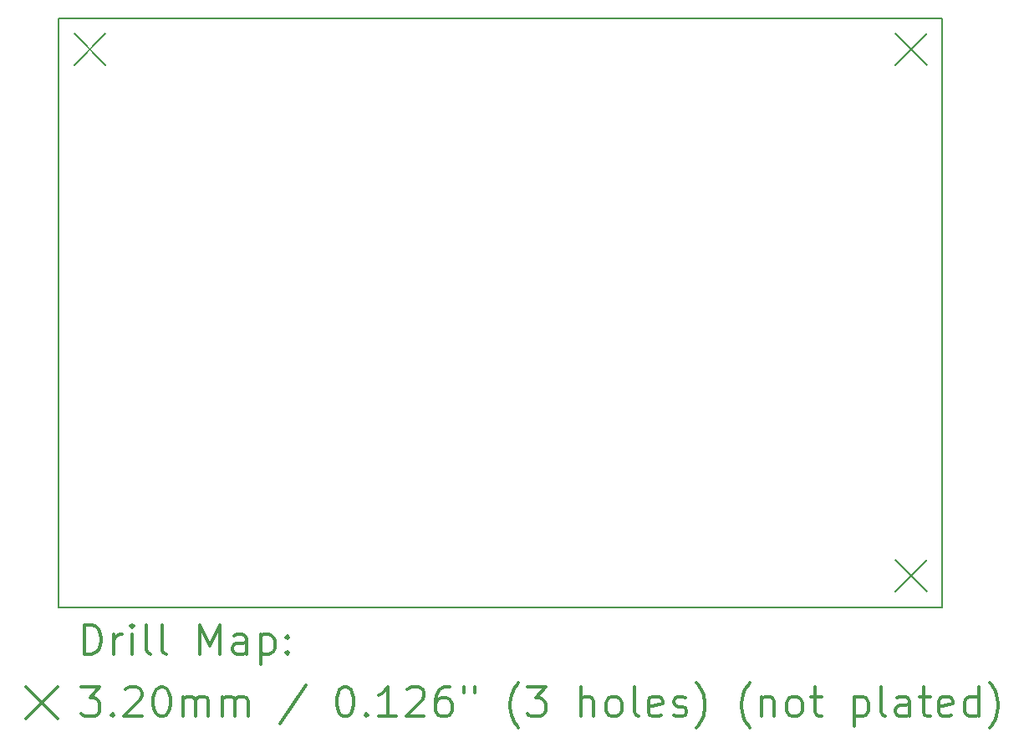
<source format=gbr>
%FSLAX45Y45*%
G04 Gerber Fmt 4.5, Leading zero omitted, Abs format (unit mm)*
G04 Created by KiCad (PCBNEW 4.0.7) date 09/09/18 14:08:06*
%MOMM*%
%LPD*%
G01*
G04 APERTURE LIST*
%ADD10C,0.127000*%
%ADD11C,0.200000*%
%ADD12C,0.300000*%
G04 APERTURE END LIST*
D10*
D11*
X14017752Y-6187948D02*
X14017752Y-12156948D01*
X22971252Y-6187948D02*
X14017752Y-6187948D01*
X22971252Y-12156948D02*
X22971252Y-6187948D01*
X14017752Y-12156948D02*
X22971252Y-12156948D01*
D11*
X14175252Y-6345448D02*
X14495252Y-6665448D01*
X14495252Y-6345448D02*
X14175252Y-6665448D01*
X22493752Y-6345448D02*
X22813752Y-6665448D01*
X22813752Y-6345448D02*
X22493752Y-6665448D01*
X22493752Y-11679448D02*
X22813752Y-11999448D01*
X22813752Y-11679448D02*
X22493752Y-11999448D01*
D12*
X14279180Y-12632662D02*
X14279180Y-12332662D01*
X14350609Y-12332662D01*
X14393466Y-12346948D01*
X14422038Y-12375519D01*
X14436323Y-12404091D01*
X14450609Y-12461234D01*
X14450609Y-12504091D01*
X14436323Y-12561234D01*
X14422038Y-12589805D01*
X14393466Y-12618377D01*
X14350609Y-12632662D01*
X14279180Y-12632662D01*
X14579180Y-12632662D02*
X14579180Y-12432662D01*
X14579180Y-12489805D02*
X14593466Y-12461234D01*
X14607752Y-12446948D01*
X14636323Y-12432662D01*
X14664895Y-12432662D01*
X14764895Y-12632662D02*
X14764895Y-12432662D01*
X14764895Y-12332662D02*
X14750609Y-12346948D01*
X14764895Y-12361234D01*
X14779180Y-12346948D01*
X14764895Y-12332662D01*
X14764895Y-12361234D01*
X14950609Y-12632662D02*
X14922038Y-12618377D01*
X14907752Y-12589805D01*
X14907752Y-12332662D01*
X15107752Y-12632662D02*
X15079180Y-12618377D01*
X15064895Y-12589805D01*
X15064895Y-12332662D01*
X15450609Y-12632662D02*
X15450609Y-12332662D01*
X15550609Y-12546948D01*
X15650609Y-12332662D01*
X15650609Y-12632662D01*
X15922038Y-12632662D02*
X15922038Y-12475519D01*
X15907752Y-12446948D01*
X15879180Y-12432662D01*
X15822038Y-12432662D01*
X15793466Y-12446948D01*
X15922038Y-12618377D02*
X15893466Y-12632662D01*
X15822038Y-12632662D01*
X15793466Y-12618377D01*
X15779180Y-12589805D01*
X15779180Y-12561234D01*
X15793466Y-12532662D01*
X15822038Y-12518377D01*
X15893466Y-12518377D01*
X15922038Y-12504091D01*
X16064895Y-12432662D02*
X16064895Y-12732662D01*
X16064895Y-12446948D02*
X16093466Y-12432662D01*
X16150609Y-12432662D01*
X16179180Y-12446948D01*
X16193466Y-12461234D01*
X16207752Y-12489805D01*
X16207752Y-12575519D01*
X16193466Y-12604091D01*
X16179180Y-12618377D01*
X16150609Y-12632662D01*
X16093466Y-12632662D01*
X16064895Y-12618377D01*
X16336323Y-12604091D02*
X16350609Y-12618377D01*
X16336323Y-12632662D01*
X16322038Y-12618377D01*
X16336323Y-12604091D01*
X16336323Y-12632662D01*
X16336323Y-12446948D02*
X16350609Y-12461234D01*
X16336323Y-12475519D01*
X16322038Y-12461234D01*
X16336323Y-12446948D01*
X16336323Y-12475519D01*
X13687752Y-12966948D02*
X14007752Y-13286948D01*
X14007752Y-12966948D02*
X13687752Y-13286948D01*
X14250609Y-12962662D02*
X14436323Y-12962662D01*
X14336323Y-13076948D01*
X14379180Y-13076948D01*
X14407752Y-13091234D01*
X14422038Y-13105519D01*
X14436323Y-13134091D01*
X14436323Y-13205519D01*
X14422038Y-13234091D01*
X14407752Y-13248377D01*
X14379180Y-13262662D01*
X14293466Y-13262662D01*
X14264895Y-13248377D01*
X14250609Y-13234091D01*
X14564895Y-13234091D02*
X14579180Y-13248377D01*
X14564895Y-13262662D01*
X14550609Y-13248377D01*
X14564895Y-13234091D01*
X14564895Y-13262662D01*
X14693466Y-12991234D02*
X14707752Y-12976948D01*
X14736323Y-12962662D01*
X14807752Y-12962662D01*
X14836323Y-12976948D01*
X14850609Y-12991234D01*
X14864895Y-13019805D01*
X14864895Y-13048377D01*
X14850609Y-13091234D01*
X14679180Y-13262662D01*
X14864895Y-13262662D01*
X15050609Y-12962662D02*
X15079180Y-12962662D01*
X15107752Y-12976948D01*
X15122038Y-12991234D01*
X15136323Y-13019805D01*
X15150609Y-13076948D01*
X15150609Y-13148377D01*
X15136323Y-13205519D01*
X15122038Y-13234091D01*
X15107752Y-13248377D01*
X15079180Y-13262662D01*
X15050609Y-13262662D01*
X15022038Y-13248377D01*
X15007752Y-13234091D01*
X14993466Y-13205519D01*
X14979180Y-13148377D01*
X14979180Y-13076948D01*
X14993466Y-13019805D01*
X15007752Y-12991234D01*
X15022038Y-12976948D01*
X15050609Y-12962662D01*
X15279180Y-13262662D02*
X15279180Y-13062662D01*
X15279180Y-13091234D02*
X15293466Y-13076948D01*
X15322038Y-13062662D01*
X15364895Y-13062662D01*
X15393466Y-13076948D01*
X15407752Y-13105519D01*
X15407752Y-13262662D01*
X15407752Y-13105519D02*
X15422038Y-13076948D01*
X15450609Y-13062662D01*
X15493466Y-13062662D01*
X15522038Y-13076948D01*
X15536323Y-13105519D01*
X15536323Y-13262662D01*
X15679180Y-13262662D02*
X15679180Y-13062662D01*
X15679180Y-13091234D02*
X15693466Y-13076948D01*
X15722038Y-13062662D01*
X15764895Y-13062662D01*
X15793466Y-13076948D01*
X15807752Y-13105519D01*
X15807752Y-13262662D01*
X15807752Y-13105519D02*
X15822038Y-13076948D01*
X15850609Y-13062662D01*
X15893466Y-13062662D01*
X15922038Y-13076948D01*
X15936323Y-13105519D01*
X15936323Y-13262662D01*
X16522038Y-12948377D02*
X16264895Y-13334091D01*
X16907752Y-12962662D02*
X16936323Y-12962662D01*
X16964895Y-12976948D01*
X16979180Y-12991234D01*
X16993466Y-13019805D01*
X17007752Y-13076948D01*
X17007752Y-13148377D01*
X16993466Y-13205519D01*
X16979180Y-13234091D01*
X16964895Y-13248377D01*
X16936323Y-13262662D01*
X16907752Y-13262662D01*
X16879180Y-13248377D01*
X16864895Y-13234091D01*
X16850609Y-13205519D01*
X16836323Y-13148377D01*
X16836323Y-13076948D01*
X16850609Y-13019805D01*
X16864895Y-12991234D01*
X16879180Y-12976948D01*
X16907752Y-12962662D01*
X17136323Y-13234091D02*
X17150609Y-13248377D01*
X17136323Y-13262662D01*
X17122038Y-13248377D01*
X17136323Y-13234091D01*
X17136323Y-13262662D01*
X17436323Y-13262662D02*
X17264895Y-13262662D01*
X17350609Y-13262662D02*
X17350609Y-12962662D01*
X17322038Y-13005519D01*
X17293466Y-13034091D01*
X17264895Y-13048377D01*
X17550609Y-12991234D02*
X17564895Y-12976948D01*
X17593466Y-12962662D01*
X17664895Y-12962662D01*
X17693466Y-12976948D01*
X17707752Y-12991234D01*
X17722038Y-13019805D01*
X17722038Y-13048377D01*
X17707752Y-13091234D01*
X17536323Y-13262662D01*
X17722038Y-13262662D01*
X17979180Y-12962662D02*
X17922038Y-12962662D01*
X17893466Y-12976948D01*
X17879180Y-12991234D01*
X17850609Y-13034091D01*
X17836323Y-13091234D01*
X17836323Y-13205519D01*
X17850609Y-13234091D01*
X17864895Y-13248377D01*
X17893466Y-13262662D01*
X17950609Y-13262662D01*
X17979180Y-13248377D01*
X17993466Y-13234091D01*
X18007752Y-13205519D01*
X18007752Y-13134091D01*
X17993466Y-13105519D01*
X17979180Y-13091234D01*
X17950609Y-13076948D01*
X17893466Y-13076948D01*
X17864895Y-13091234D01*
X17850609Y-13105519D01*
X17836323Y-13134091D01*
X18122038Y-12962662D02*
X18122038Y-13019805D01*
X18236323Y-12962662D02*
X18236323Y-13019805D01*
X18679180Y-13376948D02*
X18664895Y-13362662D01*
X18636323Y-13319805D01*
X18622038Y-13291234D01*
X18607752Y-13248377D01*
X18593466Y-13176948D01*
X18593466Y-13119805D01*
X18607752Y-13048377D01*
X18622038Y-13005519D01*
X18636323Y-12976948D01*
X18664895Y-12934091D01*
X18679180Y-12919805D01*
X18764895Y-12962662D02*
X18950609Y-12962662D01*
X18850609Y-13076948D01*
X18893466Y-13076948D01*
X18922038Y-13091234D01*
X18936323Y-13105519D01*
X18950609Y-13134091D01*
X18950609Y-13205519D01*
X18936323Y-13234091D01*
X18922038Y-13248377D01*
X18893466Y-13262662D01*
X18807752Y-13262662D01*
X18779180Y-13248377D01*
X18764895Y-13234091D01*
X19307752Y-13262662D02*
X19307752Y-12962662D01*
X19436323Y-13262662D02*
X19436323Y-13105519D01*
X19422038Y-13076948D01*
X19393466Y-13062662D01*
X19350609Y-13062662D01*
X19322038Y-13076948D01*
X19307752Y-13091234D01*
X19622038Y-13262662D02*
X19593466Y-13248377D01*
X19579180Y-13234091D01*
X19564895Y-13205519D01*
X19564895Y-13119805D01*
X19579180Y-13091234D01*
X19593466Y-13076948D01*
X19622038Y-13062662D01*
X19664895Y-13062662D01*
X19693466Y-13076948D01*
X19707752Y-13091234D01*
X19722038Y-13119805D01*
X19722038Y-13205519D01*
X19707752Y-13234091D01*
X19693466Y-13248377D01*
X19664895Y-13262662D01*
X19622038Y-13262662D01*
X19893466Y-13262662D02*
X19864895Y-13248377D01*
X19850609Y-13219805D01*
X19850609Y-12962662D01*
X20122038Y-13248377D02*
X20093466Y-13262662D01*
X20036323Y-13262662D01*
X20007752Y-13248377D01*
X19993466Y-13219805D01*
X19993466Y-13105519D01*
X20007752Y-13076948D01*
X20036323Y-13062662D01*
X20093466Y-13062662D01*
X20122038Y-13076948D01*
X20136323Y-13105519D01*
X20136323Y-13134091D01*
X19993466Y-13162662D01*
X20250609Y-13248377D02*
X20279181Y-13262662D01*
X20336323Y-13262662D01*
X20364895Y-13248377D01*
X20379181Y-13219805D01*
X20379181Y-13205519D01*
X20364895Y-13176948D01*
X20336323Y-13162662D01*
X20293466Y-13162662D01*
X20264895Y-13148377D01*
X20250609Y-13119805D01*
X20250609Y-13105519D01*
X20264895Y-13076948D01*
X20293466Y-13062662D01*
X20336323Y-13062662D01*
X20364895Y-13076948D01*
X20479180Y-13376948D02*
X20493466Y-13362662D01*
X20522038Y-13319805D01*
X20536323Y-13291234D01*
X20550609Y-13248377D01*
X20564895Y-13176948D01*
X20564895Y-13119805D01*
X20550609Y-13048377D01*
X20536323Y-13005519D01*
X20522038Y-12976948D01*
X20493466Y-12934091D01*
X20479180Y-12919805D01*
X21022038Y-13376948D02*
X21007752Y-13362662D01*
X20979180Y-13319805D01*
X20964895Y-13291234D01*
X20950609Y-13248377D01*
X20936323Y-13176948D01*
X20936323Y-13119805D01*
X20950609Y-13048377D01*
X20964895Y-13005519D01*
X20979180Y-12976948D01*
X21007752Y-12934091D01*
X21022038Y-12919805D01*
X21136323Y-13062662D02*
X21136323Y-13262662D01*
X21136323Y-13091234D02*
X21150609Y-13076948D01*
X21179180Y-13062662D01*
X21222038Y-13062662D01*
X21250609Y-13076948D01*
X21264895Y-13105519D01*
X21264895Y-13262662D01*
X21450609Y-13262662D02*
X21422038Y-13248377D01*
X21407752Y-13234091D01*
X21393466Y-13205519D01*
X21393466Y-13119805D01*
X21407752Y-13091234D01*
X21422038Y-13076948D01*
X21450609Y-13062662D01*
X21493466Y-13062662D01*
X21522038Y-13076948D01*
X21536323Y-13091234D01*
X21550609Y-13119805D01*
X21550609Y-13205519D01*
X21536323Y-13234091D01*
X21522038Y-13248377D01*
X21493466Y-13262662D01*
X21450609Y-13262662D01*
X21636323Y-13062662D02*
X21750609Y-13062662D01*
X21679181Y-12962662D02*
X21679181Y-13219805D01*
X21693466Y-13248377D01*
X21722038Y-13262662D01*
X21750609Y-13262662D01*
X22079181Y-13062662D02*
X22079181Y-13362662D01*
X22079181Y-13076948D02*
X22107752Y-13062662D01*
X22164895Y-13062662D01*
X22193466Y-13076948D01*
X22207752Y-13091234D01*
X22222038Y-13119805D01*
X22222038Y-13205519D01*
X22207752Y-13234091D01*
X22193466Y-13248377D01*
X22164895Y-13262662D01*
X22107752Y-13262662D01*
X22079181Y-13248377D01*
X22393466Y-13262662D02*
X22364895Y-13248377D01*
X22350609Y-13219805D01*
X22350609Y-12962662D01*
X22636323Y-13262662D02*
X22636323Y-13105519D01*
X22622038Y-13076948D01*
X22593466Y-13062662D01*
X22536323Y-13062662D01*
X22507752Y-13076948D01*
X22636323Y-13248377D02*
X22607752Y-13262662D01*
X22536323Y-13262662D01*
X22507752Y-13248377D01*
X22493466Y-13219805D01*
X22493466Y-13191234D01*
X22507752Y-13162662D01*
X22536323Y-13148377D01*
X22607752Y-13148377D01*
X22636323Y-13134091D01*
X22736323Y-13062662D02*
X22850609Y-13062662D01*
X22779181Y-12962662D02*
X22779181Y-13219805D01*
X22793466Y-13248377D01*
X22822038Y-13262662D01*
X22850609Y-13262662D01*
X23064895Y-13248377D02*
X23036323Y-13262662D01*
X22979181Y-13262662D01*
X22950609Y-13248377D01*
X22936323Y-13219805D01*
X22936323Y-13105519D01*
X22950609Y-13076948D01*
X22979181Y-13062662D01*
X23036323Y-13062662D01*
X23064895Y-13076948D01*
X23079181Y-13105519D01*
X23079181Y-13134091D01*
X22936323Y-13162662D01*
X23336323Y-13262662D02*
X23336323Y-12962662D01*
X23336323Y-13248377D02*
X23307752Y-13262662D01*
X23250609Y-13262662D01*
X23222038Y-13248377D01*
X23207752Y-13234091D01*
X23193466Y-13205519D01*
X23193466Y-13119805D01*
X23207752Y-13091234D01*
X23222038Y-13076948D01*
X23250609Y-13062662D01*
X23307752Y-13062662D01*
X23336323Y-13076948D01*
X23450609Y-13376948D02*
X23464895Y-13362662D01*
X23493466Y-13319805D01*
X23507752Y-13291234D01*
X23522038Y-13248377D01*
X23536323Y-13176948D01*
X23536323Y-13119805D01*
X23522038Y-13048377D01*
X23507752Y-13005519D01*
X23493466Y-12976948D01*
X23464895Y-12934091D01*
X23450609Y-12919805D01*
M02*

</source>
